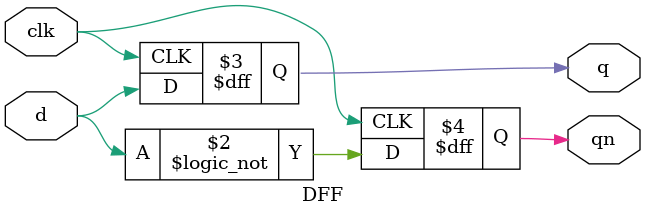
<source format=v>
module DFF(d,clk,q,qn);
input d,clk;
output q,qn;
wire d,clk;
reg q,qn;

always@(posedge clk)
begin
	q<=d;
	qn<=!d;
end
endmodule

</source>
